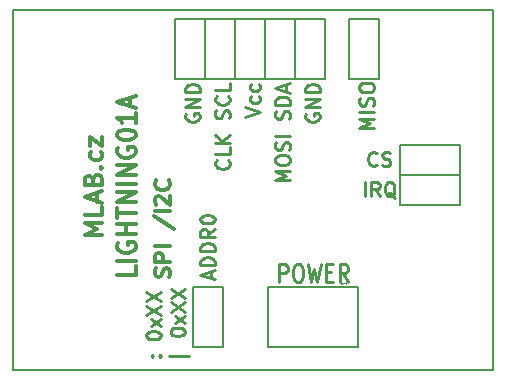
<source format=gbr>
%TF.GenerationSoftware,KiCad,Pcbnew,5.0.0-rc2-dev-unknown-5f578c8~62~ubuntu16.04.1*%
%TF.CreationDate,2018-03-02T00:33:56+01:00*%
%TF.ProjectId,LIGHTNING01A,4C494748544E494E473031412E6B6963,01A*%
%TF.SameCoordinates,Original*%
%TF.FileFunction,Legend,Top*%
%TF.FilePolarity,Positive*%
%FSLAX46Y46*%
G04 Gerber Fmt 4.6, Leading zero omitted, Abs format (unit mm)*
G04 Created by KiCad (PCBNEW 5.0.0-rc2-dev-unknown-5f578c8~62~ubuntu16.04.1) date Fri Mar  2 00:33:56 2018*
%MOMM*%
%LPD*%
G01*
G04 APERTURE LIST*
%ADD10C,0.200000*%
%ADD11C,0.300000*%
%ADD12C,0.250000*%
%ADD13C,0.350000*%
%ADD14C,0.150000*%
%ADD15C,0.050000*%
G04 APERTURE END LIST*
D10*
X0Y0D02*
X0Y30480000D01*
X40640000Y0D02*
X0Y0D01*
X40640000Y30480000D02*
X40640000Y0D01*
X0Y30480000D02*
X40640000Y30480000D01*
D11*
X7536571Y11386858D02*
X6036571Y11386858D01*
X7108000Y11886858D01*
X6036571Y12386858D01*
X7536571Y12386858D01*
X7536571Y13815429D02*
X7536571Y13101143D01*
X6036571Y13101143D01*
X7108000Y14244000D02*
X7108000Y14958286D01*
X7536571Y14101143D02*
X6036571Y14601143D01*
X7536571Y15101143D01*
X6750857Y16101143D02*
X6822285Y16315429D01*
X6893714Y16386858D01*
X7036571Y16458286D01*
X7250857Y16458286D01*
X7393714Y16386858D01*
X7465142Y16315429D01*
X7536571Y16172572D01*
X7536571Y15601143D01*
X6036571Y15601143D01*
X6036571Y16101143D01*
X6108000Y16244000D01*
X6179428Y16315429D01*
X6322285Y16386858D01*
X6465142Y16386858D01*
X6608000Y16315429D01*
X6679428Y16244000D01*
X6750857Y16101143D01*
X6750857Y15601143D01*
X7393714Y17101143D02*
X7465142Y17172572D01*
X7536571Y17101143D01*
X7465142Y17029715D01*
X7393714Y17101143D01*
X7536571Y17101143D01*
X7465142Y18458286D02*
X7536571Y18315429D01*
X7536571Y18029715D01*
X7465142Y17886858D01*
X7393714Y17815429D01*
X7250857Y17744000D01*
X6822285Y17744000D01*
X6679428Y17815429D01*
X6608000Y17886858D01*
X6536571Y18029715D01*
X6536571Y18315429D01*
X6608000Y18458286D01*
X6536571Y18958286D02*
X6536571Y19744000D01*
X7536571Y18958286D01*
X7536571Y19744000D01*
D12*
X24800000Y21691715D02*
X24742857Y21577429D01*
X24742857Y21406000D01*
X24800000Y21234572D01*
X24914285Y21120286D01*
X25028571Y21063143D01*
X25257142Y21006000D01*
X25428571Y21006000D01*
X25657142Y21063143D01*
X25771428Y21120286D01*
X25885714Y21234572D01*
X25942857Y21406000D01*
X25942857Y21520286D01*
X25885714Y21691715D01*
X25828571Y21748858D01*
X25428571Y21748858D01*
X25428571Y21520286D01*
X25942857Y22263143D02*
X24742857Y22263143D01*
X25942857Y22948858D01*
X24742857Y22948858D01*
X25942857Y23520286D02*
X24742857Y23520286D01*
X24742857Y23806000D01*
X24800000Y23977429D01*
X24914285Y24091715D01*
X25028571Y24148858D01*
X25257142Y24206000D01*
X25428571Y24206000D01*
X25657142Y24148858D01*
X25771428Y24091715D01*
X25885714Y23977429D01*
X25942857Y23806000D01*
X25942857Y23520286D01*
X14640000Y21691715D02*
X14582857Y21577429D01*
X14582857Y21406000D01*
X14640000Y21234572D01*
X14754285Y21120286D01*
X14868571Y21063143D01*
X15097142Y21006000D01*
X15268571Y21006000D01*
X15497142Y21063143D01*
X15611428Y21120286D01*
X15725714Y21234572D01*
X15782857Y21406000D01*
X15782857Y21520286D01*
X15725714Y21691715D01*
X15668571Y21748858D01*
X15268571Y21748858D01*
X15268571Y21520286D01*
X15782857Y22263143D02*
X14582857Y22263143D01*
X15782857Y22948858D01*
X14582857Y22948858D01*
X15782857Y23520286D02*
X14582857Y23520286D01*
X14582857Y23806000D01*
X14640000Y23977429D01*
X14754285Y24091715D01*
X14868571Y24148858D01*
X15097142Y24206000D01*
X15268571Y24206000D01*
X15497142Y24148858D01*
X15611428Y24091715D01*
X15725714Y23977429D01*
X15782857Y23806000D01*
X15782857Y23520286D01*
X12357571Y1152858D02*
X12414714Y1210000D01*
X12471857Y1152858D01*
X12414714Y1095715D01*
X12357571Y1152858D01*
X12471857Y1152858D01*
X11729000Y1152858D02*
X11786142Y1210000D01*
X11843285Y1152858D01*
X11786142Y1095715D01*
X11729000Y1152858D01*
X11843285Y1152858D01*
X11271857Y2867143D02*
X11271857Y2981429D01*
X11329000Y3095715D01*
X11386142Y3152858D01*
X11500428Y3210000D01*
X11729000Y3267143D01*
X12014714Y3267143D01*
X12243285Y3210000D01*
X12357571Y3152858D01*
X12414714Y3095715D01*
X12471857Y2981429D01*
X12471857Y2867143D01*
X12414714Y2752858D01*
X12357571Y2695715D01*
X12243285Y2638572D01*
X12014714Y2581429D01*
X11729000Y2581429D01*
X11500428Y2638572D01*
X11386142Y2695715D01*
X11329000Y2752858D01*
X11271857Y2867143D01*
X12471857Y3667143D02*
X11671857Y4295715D01*
X11671857Y3667143D02*
X12471857Y4295715D01*
X11271857Y4638572D02*
X12471857Y5438572D01*
X11271857Y5438572D02*
X12471857Y4638572D01*
X11271857Y5781429D02*
X12471857Y6581429D01*
X11271857Y6581429D02*
X12471857Y5781429D01*
X14921857Y1152858D02*
X13207571Y1152858D01*
X13321857Y3152858D02*
X13321857Y3267143D01*
X13379000Y3381429D01*
X13436142Y3438572D01*
X13550428Y3495715D01*
X13779000Y3552858D01*
X14064714Y3552858D01*
X14293285Y3495715D01*
X14407571Y3438572D01*
X14464714Y3381429D01*
X14521857Y3267143D01*
X14521857Y3152858D01*
X14464714Y3038572D01*
X14407571Y2981429D01*
X14293285Y2924286D01*
X14064714Y2867143D01*
X13779000Y2867143D01*
X13550428Y2924286D01*
X13436142Y2981429D01*
X13379000Y3038572D01*
X13321857Y3152858D01*
X14521857Y3952858D02*
X13721857Y4581429D01*
X13721857Y3952858D02*
X14521857Y4581429D01*
X13321857Y4924286D02*
X14521857Y5724286D01*
X13321857Y5724286D02*
X14521857Y4924286D01*
X13321857Y6067143D02*
X14521857Y6867143D01*
X13321857Y6867143D02*
X14521857Y6067143D01*
X19662857Y21431429D02*
X20862857Y21831429D01*
X19662857Y22231429D01*
X20805714Y23145715D02*
X20862857Y23031429D01*
X20862857Y22802858D01*
X20805714Y22688572D01*
X20748571Y22631429D01*
X20634285Y22574286D01*
X20291428Y22574286D01*
X20177142Y22631429D01*
X20120000Y22688572D01*
X20062857Y22802858D01*
X20062857Y23031429D01*
X20120000Y23145715D01*
X20805714Y24174286D02*
X20862857Y24060000D01*
X20862857Y23831429D01*
X20805714Y23717143D01*
X20748571Y23660000D01*
X20634285Y23602858D01*
X20291428Y23602858D01*
X20177142Y23660000D01*
X20120000Y23717143D01*
X20062857Y23831429D01*
X20062857Y24060000D01*
X20120000Y24174286D01*
X29759428Y14697143D02*
X29759428Y15897143D01*
X31016571Y14697143D02*
X30616571Y15268572D01*
X30330857Y14697143D02*
X30330857Y15897143D01*
X30788000Y15897143D01*
X30902285Y15840000D01*
X30959428Y15782858D01*
X31016571Y15668572D01*
X31016571Y15497143D01*
X30959428Y15382858D01*
X30902285Y15325715D01*
X30788000Y15268572D01*
X30330857Y15268572D01*
X32330857Y14582858D02*
X32216571Y14640000D01*
X32102285Y14754286D01*
X31930857Y14925715D01*
X31816571Y14982858D01*
X31702285Y14982858D01*
X31759428Y14697143D02*
X31645142Y14754286D01*
X31530857Y14868572D01*
X31473714Y15097143D01*
X31473714Y15497143D01*
X31530857Y15725715D01*
X31645142Y15840000D01*
X31759428Y15897143D01*
X31988000Y15897143D01*
X32102285Y15840000D01*
X32216571Y15725715D01*
X32273714Y15497143D01*
X32273714Y15097143D01*
X32216571Y14868572D01*
X32102285Y14754286D01*
X31988000Y14697143D01*
X31759428Y14697143D01*
X30788000Y17351429D02*
X30730857Y17294286D01*
X30559428Y17237143D01*
X30445142Y17237143D01*
X30273714Y17294286D01*
X30159428Y17408572D01*
X30102285Y17522858D01*
X30045142Y17751429D01*
X30045142Y17922858D01*
X30102285Y18151429D01*
X30159428Y18265715D01*
X30273714Y18380000D01*
X30445142Y18437143D01*
X30559428Y18437143D01*
X30730857Y18380000D01*
X30788000Y18322858D01*
X31245142Y17294286D02*
X31416571Y17237143D01*
X31702285Y17237143D01*
X31816571Y17294286D01*
X31873714Y17351429D01*
X31930857Y17465715D01*
X31930857Y17580000D01*
X31873714Y17694286D01*
X31816571Y17751429D01*
X31702285Y17808572D01*
X31473714Y17865715D01*
X31359428Y17922858D01*
X31302285Y17980000D01*
X31245142Y18094286D01*
X31245142Y18208572D01*
X31302285Y18322858D01*
X31359428Y18380000D01*
X31473714Y18437143D01*
X31759428Y18437143D01*
X31930857Y18380000D01*
X30514857Y20466286D02*
X29314857Y20466286D01*
X30172000Y20866286D01*
X29314857Y21266286D01*
X30514857Y21266286D01*
X30514857Y21837715D02*
X29314857Y21837715D01*
X30457714Y22352000D02*
X30514857Y22523429D01*
X30514857Y22809143D01*
X30457714Y22923429D01*
X30400571Y22980572D01*
X30286285Y23037715D01*
X30172000Y23037715D01*
X30057714Y22980572D01*
X30000571Y22923429D01*
X29943428Y22809143D01*
X29886285Y22580572D01*
X29829142Y22466286D01*
X29772000Y22409143D01*
X29657714Y22352000D01*
X29543428Y22352000D01*
X29429142Y22409143D01*
X29372000Y22466286D01*
X29314857Y22580572D01*
X29314857Y22866286D01*
X29372000Y23037715D01*
X29314857Y23780572D02*
X29314857Y24009143D01*
X29372000Y24123429D01*
X29486285Y24237715D01*
X29714857Y24294858D01*
X30114857Y24294858D01*
X30343428Y24237715D01*
X30457714Y24123429D01*
X30514857Y24009143D01*
X30514857Y23780572D01*
X30457714Y23666286D01*
X30343428Y23552000D01*
X30114857Y23494858D01*
X29714857Y23494858D01*
X29486285Y23552000D01*
X29372000Y23666286D01*
X29314857Y23780572D01*
X23402857Y16037429D02*
X22202857Y16037429D01*
X23060000Y16437429D01*
X22202857Y16837429D01*
X23402857Y16837429D01*
X22202857Y17637429D02*
X22202857Y17866000D01*
X22260000Y17980286D01*
X22374285Y18094572D01*
X22602857Y18151715D01*
X23002857Y18151715D01*
X23231428Y18094572D01*
X23345714Y17980286D01*
X23402857Y17866000D01*
X23402857Y17637429D01*
X23345714Y17523143D01*
X23231428Y17408858D01*
X23002857Y17351715D01*
X22602857Y17351715D01*
X22374285Y17408858D01*
X22260000Y17523143D01*
X22202857Y17637429D01*
X23345714Y18608858D02*
X23402857Y18780286D01*
X23402857Y19066000D01*
X23345714Y19180286D01*
X23288571Y19237429D01*
X23174285Y19294572D01*
X23060000Y19294572D01*
X22945714Y19237429D01*
X22888571Y19180286D01*
X22831428Y19066000D01*
X22774285Y18837429D01*
X22717142Y18723143D01*
X22660000Y18666000D01*
X22545714Y18608858D01*
X22431428Y18608858D01*
X22317142Y18666000D01*
X22260000Y18723143D01*
X22202857Y18837429D01*
X22202857Y19123143D01*
X22260000Y19294572D01*
X23402857Y19808858D02*
X22202857Y19808858D01*
X23345714Y21237429D02*
X23402857Y21408858D01*
X23402857Y21694572D01*
X23345714Y21808858D01*
X23288571Y21866000D01*
X23174285Y21923143D01*
X23060000Y21923143D01*
X22945714Y21866000D01*
X22888571Y21808858D01*
X22831428Y21694572D01*
X22774285Y21466000D01*
X22717142Y21351715D01*
X22660000Y21294572D01*
X22545714Y21237429D01*
X22431428Y21237429D01*
X22317142Y21294572D01*
X22260000Y21351715D01*
X22202857Y21466000D01*
X22202857Y21751715D01*
X22260000Y21923143D01*
X23402857Y22437429D02*
X22202857Y22437429D01*
X22202857Y22723143D01*
X22260000Y22894572D01*
X22374285Y23008858D01*
X22488571Y23066000D01*
X22717142Y23123143D01*
X22888571Y23123143D01*
X23117142Y23066000D01*
X23231428Y23008858D01*
X23345714Y22894572D01*
X23402857Y22723143D01*
X23402857Y22437429D01*
X23060000Y23580286D02*
X23060000Y24151715D01*
X23402857Y23466000D02*
X22202857Y23866000D01*
X23402857Y24266000D01*
X18208571Y17745429D02*
X18265714Y17688286D01*
X18322857Y17516858D01*
X18322857Y17402572D01*
X18265714Y17231143D01*
X18151428Y17116858D01*
X18037142Y17059715D01*
X17808571Y17002572D01*
X17637142Y17002572D01*
X17408571Y17059715D01*
X17294285Y17116858D01*
X17180000Y17231143D01*
X17122857Y17402572D01*
X17122857Y17516858D01*
X17180000Y17688286D01*
X17237142Y17745429D01*
X18322857Y18831143D02*
X18322857Y18259715D01*
X17122857Y18259715D01*
X18322857Y19231143D02*
X17122857Y19231143D01*
X18322857Y19916858D02*
X17637142Y19402572D01*
X17122857Y19916858D02*
X17808571Y19231143D01*
X18265714Y21288286D02*
X18322857Y21459715D01*
X18322857Y21745429D01*
X18265714Y21859715D01*
X18208571Y21916858D01*
X18094285Y21974000D01*
X17980000Y21974000D01*
X17865714Y21916858D01*
X17808571Y21859715D01*
X17751428Y21745429D01*
X17694285Y21516858D01*
X17637142Y21402572D01*
X17580000Y21345429D01*
X17465714Y21288286D01*
X17351428Y21288286D01*
X17237142Y21345429D01*
X17180000Y21402572D01*
X17122857Y21516858D01*
X17122857Y21802572D01*
X17180000Y21974000D01*
X18208571Y23174000D02*
X18265714Y23116858D01*
X18322857Y22945429D01*
X18322857Y22831143D01*
X18265714Y22659715D01*
X18151428Y22545429D01*
X18037142Y22488286D01*
X17808571Y22431143D01*
X17637142Y22431143D01*
X17408571Y22488286D01*
X17294285Y22545429D01*
X17180000Y22659715D01*
X17122857Y22831143D01*
X17122857Y22945429D01*
X17180000Y23116858D01*
X17237142Y23174000D01*
X18322857Y24259715D02*
X18322857Y23688286D01*
X17122857Y23688286D01*
X22513095Y7449429D02*
X22513095Y8949429D01*
X22989285Y8949429D01*
X23108333Y8878000D01*
X23167857Y8806572D01*
X23227380Y8663715D01*
X23227380Y8449429D01*
X23167857Y8306572D01*
X23108333Y8235143D01*
X22989285Y8163715D01*
X22513095Y8163715D01*
X24001190Y8949429D02*
X24239285Y8949429D01*
X24358333Y8878000D01*
X24477380Y8735143D01*
X24536904Y8449429D01*
X24536904Y7949429D01*
X24477380Y7663715D01*
X24358333Y7520858D01*
X24239285Y7449429D01*
X24001190Y7449429D01*
X23882142Y7520858D01*
X23763095Y7663715D01*
X23703571Y7949429D01*
X23703571Y8449429D01*
X23763095Y8735143D01*
X23882142Y8878000D01*
X24001190Y8949429D01*
X24953571Y8949429D02*
X25251190Y7449429D01*
X25489285Y8520858D01*
X25727380Y7449429D01*
X26025000Y8949429D01*
X26501190Y8235143D02*
X26917857Y8235143D01*
X27096428Y7449429D02*
X26501190Y7449429D01*
X26501190Y8949429D01*
X27096428Y8949429D01*
X28346428Y7449429D02*
X27929761Y8163715D01*
X27632142Y7449429D02*
X27632142Y8949429D01*
X28108333Y8949429D01*
X28227380Y8878000D01*
X28286904Y8806572D01*
X28346428Y8663715D01*
X28346428Y8449429D01*
X28286904Y8306572D01*
X28227380Y8235143D01*
X28108333Y8163715D01*
X27632142Y8163715D01*
X16710000Y7756858D02*
X16710000Y8328286D01*
X17052857Y7642572D02*
X15852857Y8042572D01*
X17052857Y8442572D01*
X17052857Y8842572D02*
X15852857Y8842572D01*
X15852857Y9128286D01*
X15910000Y9299715D01*
X16024285Y9414000D01*
X16138571Y9471143D01*
X16367142Y9528286D01*
X16538571Y9528286D01*
X16767142Y9471143D01*
X16881428Y9414000D01*
X16995714Y9299715D01*
X17052857Y9128286D01*
X17052857Y8842572D01*
X17052857Y10042572D02*
X15852857Y10042572D01*
X15852857Y10328286D01*
X15910000Y10499715D01*
X16024285Y10614000D01*
X16138571Y10671143D01*
X16367142Y10728286D01*
X16538571Y10728286D01*
X16767142Y10671143D01*
X16881428Y10614000D01*
X16995714Y10499715D01*
X17052857Y10328286D01*
X17052857Y10042572D01*
X17052857Y11928286D02*
X16481428Y11528286D01*
X17052857Y11242572D02*
X15852857Y11242572D01*
X15852857Y11699715D01*
X15910000Y11814000D01*
X15967142Y11871143D01*
X16081428Y11928286D01*
X16252857Y11928286D01*
X16367142Y11871143D01*
X16424285Y11814000D01*
X16481428Y11699715D01*
X16481428Y11242572D01*
X15852857Y12671143D02*
X15852857Y12785429D01*
X15910000Y12899715D01*
X15967142Y12956858D01*
X16081428Y13014000D01*
X16310000Y13071143D01*
X16595714Y13071143D01*
X16824285Y13014000D01*
X16938571Y12956858D01*
X16995714Y12899715D01*
X17052857Y12785429D01*
X17052857Y12671143D01*
X16995714Y12556858D01*
X16938571Y12499715D01*
X16824285Y12442572D01*
X16595714Y12385429D01*
X16310000Y12385429D01*
X16081428Y12442572D01*
X15967142Y12499715D01*
X15910000Y12556858D01*
X15852857Y12671143D01*
D11*
X13226190Y7852286D02*
X13288095Y8038000D01*
X13288095Y8347524D01*
X13226190Y8471334D01*
X13164285Y8533239D01*
X13040476Y8595143D01*
X12916666Y8595143D01*
X12792857Y8533239D01*
X12730952Y8471334D01*
X12669047Y8347524D01*
X12607142Y8099905D01*
X12545238Y7976096D01*
X12483333Y7914191D01*
X12359523Y7852286D01*
X12235714Y7852286D01*
X12111904Y7914191D01*
X12050000Y7976096D01*
X11988095Y8099905D01*
X11988095Y8409429D01*
X12050000Y8595143D01*
X13288095Y9152286D02*
X11988095Y9152286D01*
X11988095Y9647524D01*
X12050000Y9771334D01*
X12111904Y9833239D01*
X12235714Y9895143D01*
X12421428Y9895143D01*
X12545238Y9833239D01*
X12607142Y9771334D01*
X12669047Y9647524D01*
X12669047Y9152286D01*
X13288095Y10452286D02*
X11988095Y10452286D01*
X11926190Y12990381D02*
X13597619Y11876096D01*
X13288095Y13423715D02*
X11988095Y13423715D01*
X12111904Y13980858D02*
X12050000Y14042762D01*
X11988095Y14166572D01*
X11988095Y14476096D01*
X12050000Y14599905D01*
X12111904Y14661810D01*
X12235714Y14723715D01*
X12359523Y14723715D01*
X12545238Y14661810D01*
X13288095Y13918953D01*
X13288095Y14723715D01*
X13164285Y16023715D02*
X13226190Y15961810D01*
X13288095Y15776096D01*
X13288095Y15652286D01*
X13226190Y15466572D01*
X13102380Y15342762D01*
X12978571Y15280858D01*
X12730952Y15218953D01*
X12545238Y15218953D01*
X12297619Y15280858D01*
X12173809Y15342762D01*
X12050000Y15466572D01*
X11988095Y15652286D01*
X11988095Y15776096D01*
X12050000Y15961810D01*
X12111904Y16023715D01*
D13*
X10375809Y8744000D02*
X10375809Y8029715D01*
X8775809Y8029715D01*
X10375809Y9244000D02*
X8775809Y9244000D01*
X8852000Y10744000D02*
X8775809Y10601143D01*
X8775809Y10386858D01*
X8852000Y10172572D01*
X9004380Y10029715D01*
X9156761Y9958286D01*
X9461523Y9886858D01*
X9690095Y9886858D01*
X9994857Y9958286D01*
X10147238Y10029715D01*
X10299619Y10172572D01*
X10375809Y10386858D01*
X10375809Y10529715D01*
X10299619Y10744000D01*
X10223428Y10815429D01*
X9690095Y10815429D01*
X9690095Y10529715D01*
X10375809Y11458286D02*
X8775809Y11458286D01*
X9537714Y11458286D02*
X9537714Y12315429D01*
X10375809Y12315429D02*
X8775809Y12315429D01*
X8775809Y12815429D02*
X8775809Y13672572D01*
X10375809Y13244000D02*
X8775809Y13244000D01*
X10375809Y14172572D02*
X8775809Y14172572D01*
X10375809Y15029715D01*
X8775809Y15029715D01*
X10375809Y15744000D02*
X8775809Y15744000D01*
X10375809Y16458286D02*
X8775809Y16458286D01*
X10375809Y17315429D01*
X8775809Y17315429D01*
X8852000Y18815429D02*
X8775809Y18672572D01*
X8775809Y18458286D01*
X8852000Y18244000D01*
X9004380Y18101143D01*
X9156761Y18029715D01*
X9461523Y17958286D01*
X9690095Y17958286D01*
X9994857Y18029715D01*
X10147238Y18101143D01*
X10299619Y18244000D01*
X10375809Y18458286D01*
X10375809Y18601143D01*
X10299619Y18815429D01*
X10223428Y18886858D01*
X9690095Y18886858D01*
X9690095Y18601143D01*
X8775809Y19815429D02*
X8775809Y19958286D01*
X8852000Y20101143D01*
X8928190Y20172572D01*
X9080571Y20244000D01*
X9385333Y20315429D01*
X9766285Y20315429D01*
X10071047Y20244000D01*
X10223428Y20172572D01*
X10299619Y20101143D01*
X10375809Y19958286D01*
X10375809Y19815429D01*
X10299619Y19672572D01*
X10223428Y19601143D01*
X10071047Y19529715D01*
X9766285Y19458286D01*
X9385333Y19458286D01*
X9080571Y19529715D01*
X8928190Y19601143D01*
X8852000Y19672572D01*
X8775809Y19815429D01*
X10375809Y21744000D02*
X10375809Y20886858D01*
X10375809Y21315429D02*
X8775809Y21315429D01*
X9004380Y21172572D01*
X9156761Y21029715D01*
X9232952Y20886858D01*
X9918666Y22315429D02*
X9918666Y23029715D01*
X10375809Y22172572D02*
X8775809Y22672572D01*
X10375809Y23172572D01*
D14*
X29210000Y6985000D02*
X29210000Y1905000D01*
X29210000Y1905000D02*
X21590000Y1905000D01*
X21590000Y1905000D02*
X21590000Y6985000D01*
X21590000Y6985000D02*
X29210000Y6985000D01*
X15240000Y6985000D02*
X17780000Y6985000D01*
X15240000Y1905000D02*
X15240000Y6985000D01*
X17780000Y1905000D02*
X15240000Y1905000D01*
X17780000Y6985000D02*
X17780000Y1905000D01*
X32766000Y19050000D02*
X37846000Y19050000D01*
X37846000Y19050000D02*
X37846000Y16510000D01*
X37846000Y16510000D02*
X32766000Y16510000D01*
X32766000Y16510000D02*
X32766000Y19050000D01*
X28448000Y29718000D02*
X30988000Y29718000D01*
X28448000Y24638000D02*
X28448000Y29718000D01*
X30988000Y24638000D02*
X28448000Y24638000D01*
X30988000Y29718000D02*
X30988000Y24638000D01*
X23876000Y29661327D02*
X23876000Y24581327D01*
X23876000Y24581327D02*
X21336000Y24581327D01*
X21336000Y24581327D02*
X21336000Y29661327D01*
X21336000Y29661327D02*
X23876000Y29661327D01*
X16256000Y29661327D02*
X18796000Y29661327D01*
X16256000Y24581327D02*
X16256000Y29661327D01*
X18796000Y24581327D02*
X16256000Y24581327D01*
X18796000Y29661327D02*
X18796000Y24581327D01*
X32766000Y16510000D02*
X37846000Y16510000D01*
X37846000Y16510000D02*
X37846000Y13970000D01*
X37846000Y13970000D02*
X32766000Y13970000D01*
X32766000Y13970000D02*
X32766000Y16510000D01*
X26416000Y24581327D02*
X23876000Y24581327D01*
X26416000Y29661327D02*
X26416000Y24581327D01*
X23876000Y29661327D02*
X26416000Y29661327D01*
X23876000Y24581327D02*
X23876000Y29661327D01*
X13716000Y24581327D02*
X13716000Y29661327D01*
X13716000Y29661327D02*
X16256000Y29661327D01*
X16256000Y29661327D02*
X16256000Y24581327D01*
X16256000Y24581327D02*
X13716000Y24581327D01*
X18796000Y24581327D02*
X18796000Y29661327D01*
X18796000Y29661327D02*
X21336000Y29661327D01*
X21336000Y29661327D02*
X21336000Y24581327D01*
X21336000Y24581327D02*
X18796000Y24581327D01*
D15*
X28166190Y7508858D02*
X28166190Y7223143D01*
X28166190Y7366000D02*
X27666190Y7366000D01*
X27737619Y7318381D01*
X27785238Y7270762D01*
X27809047Y7223143D01*
M02*

</source>
